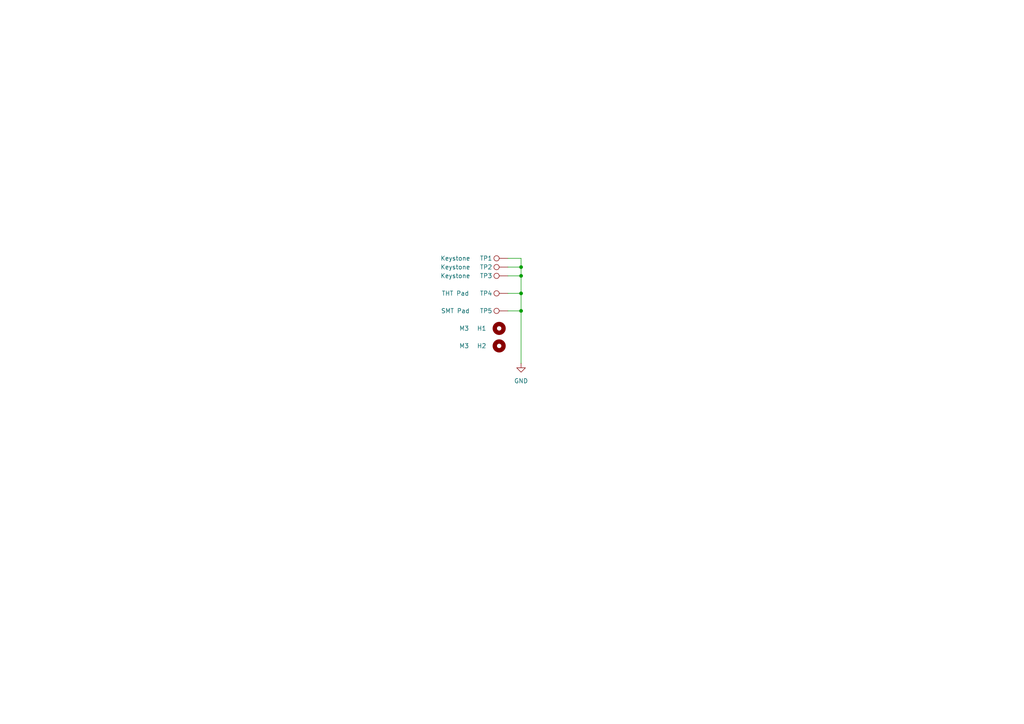
<source format=kicad_sch>
(kicad_sch (version 20250114) (generator "eeschema") (generator_version "9.0")
  (paper "A4")
  (lib_symbols
    (symbol "Connector:TestPoint" (pin_numbers (hide yes)) (pin_names (offset 0.762) (hide yes))
      (property "Reference" "TP" (at 0 6.858 0))
      (property "Value" "TestPoint" (at 0 5.08 0))
      (symbol "TestPoint_0_1"
        (circle (center 0 3.302) (radius 0.762))
      )
      (symbol "TestPoint_1_1"
        (pin passive line (at 0 0 90) (length 2.54) (name "1") (number "1"))
      )
    )
    (symbol "Mechanical:MountingHole" (pin_names (offset 1.016)) (in_bom no)
      (property "Reference" "H" (at 0 5.08 0))
      (property "Value" "MountingHole" (at 0 3.175 0))
      (symbol "MountingHole_0_1"
        (circle (center 0 0) (radius 1.27) (stroke (width 1.27)))
      )
    )
    (symbol "power:GND" (power) (pin_numbers (hide yes)) (pin_names (offset 0) (hide yes))
      (property "Value" "GND" (at 0 -3.81 0))
      (symbol "GND_0_1"
        (polyline (pts (xy 0 0) (xy 0 -1.27) (xy 1.27 -1.27) (xy 0 -2.54) (xy -1.27 -1.27) (xy 0 -1.27)))
      )
      (symbol "GND_1_1"
        (pin power_in line (at 0 0 270) (length 0) (name "~") (number "1"))
      )
    )
  )
  (junction (at 151.13 80.01))
  (junction (at 151.13 77.47))
  (junction (at 151.13 90.17))
  (junction (at 151.13 85.09))
  (wire (pts (xy 151.13 85.09) (xy 151.13 90.17)))
  (wire (pts (xy 147.32 90.17) (xy 151.13 90.17)))
  (wire (pts (xy 147.32 85.09) (xy 151.13 85.09)))
  (wire (pts (xy 151.13 80.01) (xy 151.13 85.09)))
  (wire (pts (xy 151.13 77.47) (xy 151.13 80.01)))
  (wire (pts (xy 151.13 74.93) (xy 151.13 77.47)))
  (wire (pts (xy 147.32 80.01) (xy 151.13 80.01)))
  (wire (pts (xy 147.32 74.93) (xy 151.13 74.93)))
  (wire (pts (xy 147.32 77.47) (xy 151.13 77.47)))
  (wire (pts (xy 151.13 90.17) (xy 151.13 105.41)))
  (symbol (lib_id "power:GND") (at 151.13 105.41 0) (unit 1)
    (property "Reference" "#PWR01" (effects (hide yes)))
    (property "Value" "GND" (at 151.13 110.49 0))
    (property "Description" "Power symbol creates a global label with name \"GND\" , ground" (effects (hide yes)))
  )
  (symbol (lib_id "Connector:TestPoint") (at 147.32 90.17 90) (unit 1)
    (property "Reference" "TP5" (at 140.97 90.17 90))
    (property "Value" "SMT Pad" (at 132.08 90.17 90))
    (property "Footprint" "TestPoint:TestPoint_Pad_D2.0mm" (effects (hide yes)))
    (property "Description" "test point" (effects (hide yes)))
  )
  (symbol (lib_id "Connector:TestPoint") (at 147.32 85.09 90) (unit 1)
    (property "Reference" "TP4" (at 140.97 85.09 90))
    (property "Value" "THT Pad" (at 132.08 85.09 90))
    (property "Footprint" "TestPoint:TestPoint_THTPad_D2.0mm_Drill1.0mm" (effects (hide yes)))
    (property "Description" "test point" (effects (hide yes)))
  )
  (symbol (lib_id "Connector:TestPoint") (at 147.32 74.93 90) (unit 1)
    (property "Reference" "TP1" (at 140.97 74.93 90))
    (property "Value" "Keystone" (at 132.08 74.93 90))
    (property "Footprint" "TestPoint:TestPoint_Keystone_5010-5014_Multipurpose" (effects (hide yes)))
    (property "Description" "test point" (effects (hide yes)))
  )
  (symbol (lib_id "Connector:TestPoint") (at 147.32 77.47 90) (unit 1)
    (property "Reference" "TP2" (at 140.97 77.47 90))
    (property "Value" "Keystone" (at 132.08 77.47 90))
    (property "Footprint" "TestPoint:TestPoint_Keystone_5010-5014_Multipurpose" (effects (hide yes)))
    (property "Description" "test point" (effects (hide yes)))
  )
  (symbol (lib_id "Mechanical:MountingHole") (at 144.78 95.25 90) (unit 1) (in_bom no)
    (property "Reference" "H1" (at 139.7 95.25 90))
    (property "Value" "M3" (at 134.62 95.25 90))
    (property "Footprint" "MountingHole:MountingHole_3.2mm_M3_DIN965" (effects (hide yes)))
    (property "Description" "Mounting Hole without connection" (effects (hide yes)))
  )
  (symbol (lib_id "Mechanical:MountingHole") (at 144.78 100.33 90) (unit 1) (in_bom no)
    (property "Reference" "H2" (at 139.7 100.33 90))
    (property "Value" "M3" (at 134.62 100.33 90))
    (property "Footprint" "MountingHole:MountingHole_3.2mm_M3_DIN965" (effects (hide yes)))
    (property "Description" "Mounting Hole without connection" (effects (hide yes)))
  )
  (symbol (lib_id "Connector:TestPoint") (at 147.32 80.01 90) (unit 1)
    (property "Reference" "TP3" (at 140.97 80.01 90))
    (property "Value" "Keystone" (at 132.08 80.01 90))
    (property "Footprint" "TestPoint:TestPoint_Keystone_5010-5014_Multipurpose" (effects (hide yes)))
    (property "Description" "test point" (effects (hide yes)))
  )
)
</source>
